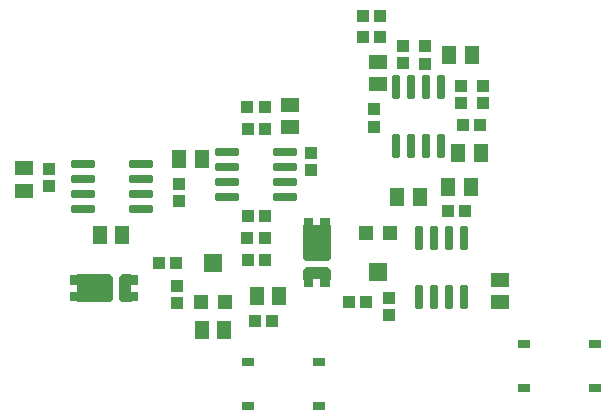
<source format=gtp>
G04*
G04 #@! TF.GenerationSoftware,Altium Limited,Altium Designer,24.0.1 (36)*
G04*
G04 Layer_Color=8421504*
%FSLAX25Y25*%
%MOIN*%
G70*
G04*
G04 #@! TF.SameCoordinates,92507F75-474C-4227-9718-4D99FAF4D6AC*
G04*
G04*
G04 #@! TF.FilePolarity,Positive*
G04*
G01*
G75*
%ADD17R,0.03937X0.02756*%
%ADD18R,0.05118X0.05906*%
%ADD19R,0.04016X0.04095*%
%ADD20R,0.04095X0.04016*%
%ADD21R,0.04724X0.04724*%
%ADD22R,0.06299X0.05906*%
%ADD23R,0.05906X0.05118*%
G04:AMPARAMS|DCode=24|XSize=77.56mil|YSize=23.62mil|CornerRadius=2.95mil|HoleSize=0mil|Usage=FLASHONLY|Rotation=180.000|XOffset=0mil|YOffset=0mil|HoleType=Round|Shape=RoundedRectangle|*
%AMROUNDEDRECTD24*
21,1,0.07756,0.01772,0,0,180.0*
21,1,0.07165,0.02362,0,0,180.0*
1,1,0.00591,-0.03583,0.00886*
1,1,0.00591,0.03583,0.00886*
1,1,0.00591,0.03583,-0.00886*
1,1,0.00591,-0.03583,-0.00886*
%
%ADD24ROUNDEDRECTD24*%
G04:AMPARAMS|DCode=25|XSize=77.56mil|YSize=23.62mil|CornerRadius=2.95mil|HoleSize=0mil|Usage=FLASHONLY|Rotation=90.000|XOffset=0mil|YOffset=0mil|HoleType=Round|Shape=RoundedRectangle|*
%AMROUNDEDRECTD25*
21,1,0.07756,0.01772,0,0,90.0*
21,1,0.07165,0.02362,0,0,90.0*
1,1,0.00591,0.00886,0.03583*
1,1,0.00591,0.00886,-0.03583*
1,1,0.00591,-0.00886,-0.03583*
1,1,0.00591,-0.00886,0.03583*
%
%ADD25ROUNDEDRECTD25*%
G36*
X114253Y65483D02*
Y58317D01*
X113111Y57176D01*
X102402D01*
X101969Y57569D01*
X99883D01*
Y60719D01*
X102245D01*
Y63081D01*
X99883D01*
Y66231D01*
X101969D01*
X102402Y66624D01*
X113111D01*
X114253Y65483D01*
D02*
G37*
G36*
X120631Y66231D02*
X122717D01*
Y63081D01*
X120355D01*
Y60719D01*
X122717D01*
Y57569D01*
X120631D01*
X120198Y57176D01*
X117363D01*
X116221Y58317D01*
Y65483D01*
X117363Y66624D01*
X120198D01*
X120631Y66231D01*
D02*
G37*
G36*
X186531Y64557D02*
Y62471D01*
X183381D01*
Y64833D01*
X181019D01*
Y62471D01*
X177869D01*
Y64557D01*
X177476Y64991D01*
Y67825D01*
X178617Y68967D01*
X185783D01*
X186924Y67825D01*
Y64991D01*
X186531Y64557D01*
D02*
G37*
G36*
X185783Y70935D02*
X178617D01*
X177476Y72077D01*
Y82786D01*
X177869Y83219D01*
Y85306D01*
X181019D01*
Y82943D01*
X183381D01*
Y85306D01*
X186531D01*
Y83219D01*
X186924Y82786D01*
Y72077D01*
X185783Y70935D01*
D02*
G37*
D17*
X251289Y43383D02*
D03*
X274911D02*
D03*
X251289Y28817D02*
D03*
X274911D02*
D03*
X182911Y22716D02*
D03*
X159289D02*
D03*
X182911Y37284D02*
D03*
X159289D02*
D03*
D18*
X151340Y47905D02*
D03*
X143860D02*
D03*
X117240Y79700D02*
D03*
X109760D02*
D03*
X136360Y105000D02*
D03*
X143840D02*
D03*
X169700Y59404D02*
D03*
X162220D02*
D03*
X226260Y139800D02*
D03*
X233740D02*
D03*
X229260Y107000D02*
D03*
X236740D02*
D03*
X225960Y95800D02*
D03*
X233440D02*
D03*
X216500Y92400D02*
D03*
X209020D02*
D03*
D19*
X135400Y57011D02*
D03*
Y62798D02*
D03*
X92900Y101694D02*
D03*
Y95906D02*
D03*
X180100Y101306D02*
D03*
Y107094D02*
D03*
X136100Y91006D02*
D03*
Y96794D02*
D03*
X201200Y121606D02*
D03*
Y115818D02*
D03*
X210800Y136900D02*
D03*
Y142687D02*
D03*
X218100Y142587D02*
D03*
Y136800D02*
D03*
X230300Y129294D02*
D03*
Y123506D02*
D03*
X237700Y129294D02*
D03*
Y123506D02*
D03*
X206300Y52906D02*
D03*
Y58694D02*
D03*
D20*
X129506Y70305D02*
D03*
X135294D02*
D03*
X159006Y122300D02*
D03*
X164794D02*
D03*
X159213Y115000D02*
D03*
X165000D02*
D03*
Y86100D02*
D03*
X159213D02*
D03*
X159013Y78700D02*
D03*
X164800D02*
D03*
X159113Y71300D02*
D03*
X164900D02*
D03*
X161569Y51146D02*
D03*
X167357D02*
D03*
X197506Y145600D02*
D03*
X203294D02*
D03*
Y152800D02*
D03*
X197506D02*
D03*
X230813Y116200D02*
D03*
X236600D02*
D03*
X225813Y87700D02*
D03*
X231600D02*
D03*
X198694Y57300D02*
D03*
X192906D02*
D03*
D21*
X151537Y57409D02*
D03*
X143663D02*
D03*
X198663Y80293D02*
D03*
X206537D02*
D03*
D22*
X147600Y70205D02*
D03*
X202600Y67498D02*
D03*
D23*
X84400Y101840D02*
D03*
Y94360D02*
D03*
X173200Y123040D02*
D03*
Y115560D02*
D03*
X202700Y137400D02*
D03*
Y129920D02*
D03*
X243300Y64800D02*
D03*
Y57320D02*
D03*
D24*
X123649Y88300D02*
D03*
Y93300D02*
D03*
Y98300D02*
D03*
Y103300D02*
D03*
X104200D02*
D03*
Y98300D02*
D03*
Y93300D02*
D03*
Y88300D02*
D03*
X152251Y107400D02*
D03*
Y102400D02*
D03*
Y97400D02*
D03*
Y92400D02*
D03*
X171700D02*
D03*
Y97400D02*
D03*
Y102400D02*
D03*
Y107400D02*
D03*
D25*
X216094Y59072D02*
D03*
X221094D02*
D03*
X226094D02*
D03*
X231094D02*
D03*
Y78521D02*
D03*
X226094D02*
D03*
X221094D02*
D03*
X216094D02*
D03*
X223500Y109476D02*
D03*
X218500D02*
D03*
X213500D02*
D03*
X208500D02*
D03*
Y128924D02*
D03*
X213500D02*
D03*
X218500D02*
D03*
X223500D02*
D03*
M02*

</source>
